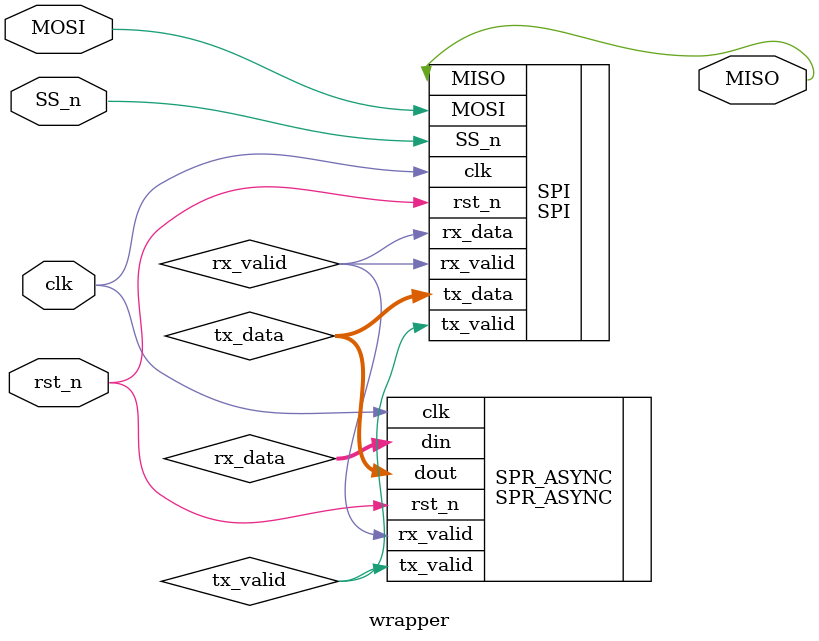
<source format=sv>
module wrapper(input MOSI,input SS_n, input clk, input rst_n, output  MISO);

  wire tx_valid;
  wire [7:0] tx_data;
  wire [9:0] rx_data;
  wire rx_valid;

// instantiation 
SPI SPI(.MOSI(MOSI), .SS_n(SS_n),.tx_data(tx_data),.tx_valid(tx_valid),.clk(clk),.rst_n(rst_n),.MISO(MISO),.rx_data(rx_valid),.rx_valid(rx_valid));
SPR_ASYNC SPR_ASYNC(.din(rx_data),.rx_valid(rx_valid),.dout(tx_data),.tx_valid(tx_valid),.clk(clk),.rst_n(rst_n));
endmodule

</source>
